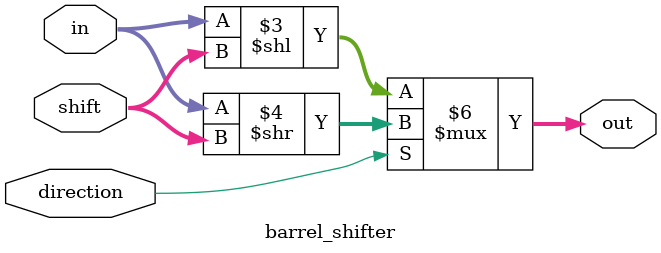
<source format=v>
`timescale 1ns / 1ps


module barrel_shifter(
    output reg [7:0] out,
    input [7:0] in,
    input [2:0] shift,
    input direction    );
always @(in or shift or direction) begin
        if (direction == 0) begin // left shift
            out = in << shift;
        end else begin // right shift
            out = in >> shift;
        end
    end

    
endmodule

</source>
